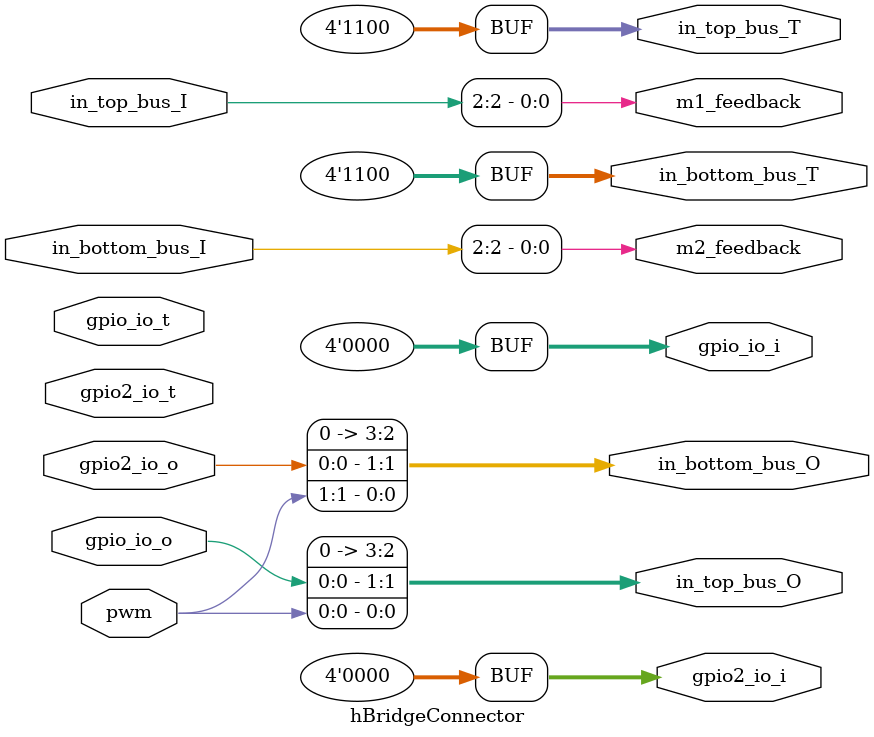
<source format=v>
`timescale 1ns / 1ps

// Module to connect AXI GPIO and PWM signals to Pmod Bridge
module hBridgeConnector(
   input  [3:0] in_top_bus_I,
   output [3:0] in_top_bus_T,
   output [3:0] in_top_bus_O,
   output [3:0] in_bottom_bus_O,
   output [3:0] in_bottom_bus_T,
   input  [3:0] in_bottom_bus_I,
   output [3:0] gpio_io_i,
   input  [3:0] gpio_io_o,
   input  [3:0] gpio_io_t,
   output [3:0] gpio2_io_i,
   input  [3:0] gpio2_io_o,
   input  [3:0] gpio2_io_t,
   input  [1:0] pwm,
   output       m1_feedback,
   output       m2_feedback
   );

   /* Top row */
   assign in_top_bus_T = 4'b1100; // Disable/enable buffers
   
   assign in_top_bus_O[0] = pwm[0];          // EN1
   assign in_top_bus_O[1] = gpio_io_o[0];    // DIR1
   assign m1_feedback     = in_top_bus_I[2]; // S1A
   
   /* Bottom row */
   assign in_bottom_bus_T = 4'b1100; // Disable/enable buffers
   
   assign in_bottom_bus_O[0] = pwm[1];             // EN2
   assign in_bottom_bus_O[1] = gpio2_io_o[0];      // DIR2
   assign m2_feedback        = in_bottom_bus_I[2]; // S2A
   
   /* Unused ports */
   assign in_top_bus_O[3:2]    = 2'b00;
   assign in_bottom_bus_O[3:2] = 2'b00;
   assign gpio_io_i            = 4'b0000;
   assign gpio2_io_i           = 4'b0000;
endmodule

</source>
